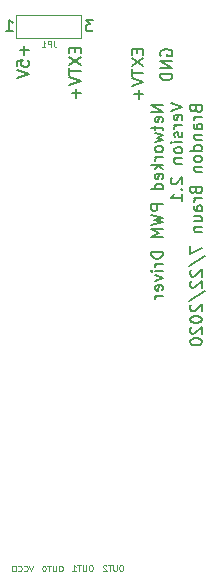
<source format=gbr>
G04 #@! TF.GenerationSoftware,KiCad,Pcbnew,(5.1.5)-3*
G04 #@! TF.CreationDate,2020-07-22T22:43:47-05:00*
G04 #@! TF.ProjectId,LightDriverShieldVer2,4c696768-7444-4726-9976-657253686965,rev?*
G04 #@! TF.SameCoordinates,Original*
G04 #@! TF.FileFunction,Legend,Bot*
G04 #@! TF.FilePolarity,Positive*
%FSLAX46Y46*%
G04 Gerber Fmt 4.6, Leading zero omitted, Abs format (unit mm)*
G04 Created by KiCad (PCBNEW (5.1.5)-3) date 2020-07-22 22:43:47*
%MOMM*%
%LPD*%
G04 APERTURE LIST*
%ADD10C,0.150000*%
%ADD11C,0.100000*%
%ADD12C,0.120000*%
G04 APERTURE END LIST*
D10*
X114978571Y-93935595D02*
X114978571Y-94268928D01*
X115502380Y-94411785D02*
X115502380Y-93935595D01*
X114502380Y-93935595D01*
X114502380Y-94411785D01*
X114502380Y-94745119D02*
X115502380Y-95411785D01*
X114502380Y-95411785D02*
X115502380Y-94745119D01*
X114502380Y-95649880D02*
X114502380Y-96221309D01*
X115502380Y-95935595D02*
X114502380Y-95935595D01*
X114502380Y-96411785D02*
X115502380Y-96745119D01*
X114502380Y-97078452D01*
X115121428Y-97411785D02*
X115121428Y-98173690D01*
X115502380Y-97792738D02*
X114740476Y-97792738D01*
X117000000Y-94509404D02*
X116952380Y-94414166D01*
X116952380Y-94271309D01*
X117000000Y-94128452D01*
X117095238Y-94033214D01*
X117190476Y-93985595D01*
X117380952Y-93937976D01*
X117523809Y-93937976D01*
X117714285Y-93985595D01*
X117809523Y-94033214D01*
X117904761Y-94128452D01*
X117952380Y-94271309D01*
X117952380Y-94366547D01*
X117904761Y-94509404D01*
X117857142Y-94557023D01*
X117523809Y-94557023D01*
X117523809Y-94366547D01*
X117952380Y-94985595D02*
X116952380Y-94985595D01*
X117952380Y-95557023D01*
X116952380Y-95557023D01*
X117952380Y-96033214D02*
X116952380Y-96033214D01*
X116952380Y-96271309D01*
X117000000Y-96414166D01*
X117095238Y-96509404D01*
X117190476Y-96557023D01*
X117380952Y-96604642D01*
X117523809Y-96604642D01*
X117714285Y-96557023D01*
X117809523Y-96509404D01*
X117904761Y-96414166D01*
X117952380Y-96271309D01*
X117952380Y-96033214D01*
X117152380Y-98685595D02*
X116152380Y-98685595D01*
X117152380Y-99257023D01*
X116152380Y-99257023D01*
X117104761Y-100114166D02*
X117152380Y-100018928D01*
X117152380Y-99828452D01*
X117104761Y-99733214D01*
X117009523Y-99685595D01*
X116628571Y-99685595D01*
X116533333Y-99733214D01*
X116485714Y-99828452D01*
X116485714Y-100018928D01*
X116533333Y-100114166D01*
X116628571Y-100161785D01*
X116723809Y-100161785D01*
X116819047Y-99685595D01*
X116485714Y-100447500D02*
X116485714Y-100828452D01*
X116152380Y-100590357D02*
X117009523Y-100590357D01*
X117104761Y-100637976D01*
X117152380Y-100733214D01*
X117152380Y-100828452D01*
X116485714Y-101066547D02*
X117152380Y-101257023D01*
X116676190Y-101447500D01*
X117152380Y-101637976D01*
X116485714Y-101828452D01*
X117152380Y-102352261D02*
X117104761Y-102257023D01*
X117057142Y-102209404D01*
X116961904Y-102161785D01*
X116676190Y-102161785D01*
X116580952Y-102209404D01*
X116533333Y-102257023D01*
X116485714Y-102352261D01*
X116485714Y-102495119D01*
X116533333Y-102590357D01*
X116580952Y-102637976D01*
X116676190Y-102685595D01*
X116961904Y-102685595D01*
X117057142Y-102637976D01*
X117104761Y-102590357D01*
X117152380Y-102495119D01*
X117152380Y-102352261D01*
X117152380Y-103114166D02*
X116485714Y-103114166D01*
X116676190Y-103114166D02*
X116580952Y-103161785D01*
X116533333Y-103209404D01*
X116485714Y-103304642D01*
X116485714Y-103399880D01*
X117152380Y-103733214D02*
X116152380Y-103733214D01*
X116771428Y-103828452D02*
X117152380Y-104114166D01*
X116485714Y-104114166D02*
X116866666Y-103733214D01*
X117104761Y-104923690D02*
X117152380Y-104828452D01*
X117152380Y-104637976D01*
X117104761Y-104542738D01*
X117009523Y-104495119D01*
X116628571Y-104495119D01*
X116533333Y-104542738D01*
X116485714Y-104637976D01*
X116485714Y-104828452D01*
X116533333Y-104923690D01*
X116628571Y-104971309D01*
X116723809Y-104971309D01*
X116819047Y-104495119D01*
X117152380Y-105828452D02*
X116152380Y-105828452D01*
X117104761Y-105828452D02*
X117152380Y-105733214D01*
X117152380Y-105542738D01*
X117104761Y-105447500D01*
X117057142Y-105399880D01*
X116961904Y-105352261D01*
X116676190Y-105352261D01*
X116580952Y-105399880D01*
X116533333Y-105447500D01*
X116485714Y-105542738D01*
X116485714Y-105733214D01*
X116533333Y-105828452D01*
X117152380Y-107066547D02*
X116152380Y-107066547D01*
X116152380Y-107447500D01*
X116200000Y-107542738D01*
X116247619Y-107590357D01*
X116342857Y-107637976D01*
X116485714Y-107637976D01*
X116580952Y-107590357D01*
X116628571Y-107542738D01*
X116676190Y-107447500D01*
X116676190Y-107066547D01*
X116152380Y-107971309D02*
X117152380Y-108209404D01*
X116438095Y-108399880D01*
X117152380Y-108590357D01*
X116152380Y-108828452D01*
X117152380Y-109209404D02*
X116152380Y-109209404D01*
X116866666Y-109542738D01*
X116152380Y-109876071D01*
X117152380Y-109876071D01*
X117152380Y-111114166D02*
X116152380Y-111114166D01*
X116152380Y-111352261D01*
X116200000Y-111495119D01*
X116295238Y-111590357D01*
X116390476Y-111637976D01*
X116580952Y-111685595D01*
X116723809Y-111685595D01*
X116914285Y-111637976D01*
X117009523Y-111590357D01*
X117104761Y-111495119D01*
X117152380Y-111352261D01*
X117152380Y-111114166D01*
X117152380Y-112114166D02*
X116485714Y-112114166D01*
X116676190Y-112114166D02*
X116580952Y-112161785D01*
X116533333Y-112209404D01*
X116485714Y-112304642D01*
X116485714Y-112399880D01*
X117152380Y-112733214D02*
X116485714Y-112733214D01*
X116152380Y-112733214D02*
X116200000Y-112685595D01*
X116247619Y-112733214D01*
X116200000Y-112780833D01*
X116152380Y-112733214D01*
X116247619Y-112733214D01*
X116485714Y-113114166D02*
X117152380Y-113352261D01*
X116485714Y-113590357D01*
X117104761Y-114352261D02*
X117152380Y-114257023D01*
X117152380Y-114066547D01*
X117104761Y-113971309D01*
X117009523Y-113923690D01*
X116628571Y-113923690D01*
X116533333Y-113971309D01*
X116485714Y-114066547D01*
X116485714Y-114257023D01*
X116533333Y-114352261D01*
X116628571Y-114399880D01*
X116723809Y-114399880D01*
X116819047Y-113923690D01*
X117152380Y-114828452D02*
X116485714Y-114828452D01*
X116676190Y-114828452D02*
X116580952Y-114876071D01*
X116533333Y-114923690D01*
X116485714Y-115018928D01*
X116485714Y-115114166D01*
X117802380Y-98542738D02*
X118802380Y-98876071D01*
X117802380Y-99209404D01*
X118754761Y-99923690D02*
X118802380Y-99828452D01*
X118802380Y-99637976D01*
X118754761Y-99542738D01*
X118659523Y-99495119D01*
X118278571Y-99495119D01*
X118183333Y-99542738D01*
X118135714Y-99637976D01*
X118135714Y-99828452D01*
X118183333Y-99923690D01*
X118278571Y-99971309D01*
X118373809Y-99971309D01*
X118469047Y-99495119D01*
X118802380Y-100399880D02*
X118135714Y-100399880D01*
X118326190Y-100399880D02*
X118230952Y-100447500D01*
X118183333Y-100495119D01*
X118135714Y-100590357D01*
X118135714Y-100685595D01*
X118754761Y-100971309D02*
X118802380Y-101066547D01*
X118802380Y-101257023D01*
X118754761Y-101352261D01*
X118659523Y-101399880D01*
X118611904Y-101399880D01*
X118516666Y-101352261D01*
X118469047Y-101257023D01*
X118469047Y-101114166D01*
X118421428Y-101018928D01*
X118326190Y-100971309D01*
X118278571Y-100971309D01*
X118183333Y-101018928D01*
X118135714Y-101114166D01*
X118135714Y-101257023D01*
X118183333Y-101352261D01*
X118802380Y-101828452D02*
X118135714Y-101828452D01*
X117802380Y-101828452D02*
X117850000Y-101780833D01*
X117897619Y-101828452D01*
X117850000Y-101876071D01*
X117802380Y-101828452D01*
X117897619Y-101828452D01*
X118802380Y-102447500D02*
X118754761Y-102352261D01*
X118707142Y-102304642D01*
X118611904Y-102257023D01*
X118326190Y-102257023D01*
X118230952Y-102304642D01*
X118183333Y-102352261D01*
X118135714Y-102447500D01*
X118135714Y-102590357D01*
X118183333Y-102685595D01*
X118230952Y-102733214D01*
X118326190Y-102780833D01*
X118611904Y-102780833D01*
X118707142Y-102733214D01*
X118754761Y-102685595D01*
X118802380Y-102590357D01*
X118802380Y-102447500D01*
X118135714Y-103209404D02*
X118802380Y-103209404D01*
X118230952Y-103209404D02*
X118183333Y-103257023D01*
X118135714Y-103352261D01*
X118135714Y-103495119D01*
X118183333Y-103590357D01*
X118278571Y-103637976D01*
X118802380Y-103637976D01*
X117897619Y-104828452D02*
X117850000Y-104876071D01*
X117802380Y-104971309D01*
X117802380Y-105209404D01*
X117850000Y-105304642D01*
X117897619Y-105352261D01*
X117992857Y-105399880D01*
X118088095Y-105399880D01*
X118230952Y-105352261D01*
X118802380Y-104780833D01*
X118802380Y-105399880D01*
X118707142Y-105828452D02*
X118754761Y-105876071D01*
X118802380Y-105828452D01*
X118754761Y-105780833D01*
X118707142Y-105828452D01*
X118802380Y-105828452D01*
X118802380Y-106828452D02*
X118802380Y-106257023D01*
X118802380Y-106542738D02*
X117802380Y-106542738D01*
X117945238Y-106447500D01*
X118040476Y-106352261D01*
X118088095Y-106257023D01*
X119928571Y-99018928D02*
X119976190Y-99161785D01*
X120023809Y-99209404D01*
X120119047Y-99257023D01*
X120261904Y-99257023D01*
X120357142Y-99209404D01*
X120404761Y-99161785D01*
X120452380Y-99066547D01*
X120452380Y-98685595D01*
X119452380Y-98685595D01*
X119452380Y-99018928D01*
X119500000Y-99114166D01*
X119547619Y-99161785D01*
X119642857Y-99209404D01*
X119738095Y-99209404D01*
X119833333Y-99161785D01*
X119880952Y-99114166D01*
X119928571Y-99018928D01*
X119928571Y-98685595D01*
X120452380Y-99685595D02*
X119785714Y-99685595D01*
X119976190Y-99685595D02*
X119880952Y-99733214D01*
X119833333Y-99780833D01*
X119785714Y-99876071D01*
X119785714Y-99971309D01*
X120452380Y-100733214D02*
X119928571Y-100733214D01*
X119833333Y-100685595D01*
X119785714Y-100590357D01*
X119785714Y-100399880D01*
X119833333Y-100304642D01*
X120404761Y-100733214D02*
X120452380Y-100637976D01*
X120452380Y-100399880D01*
X120404761Y-100304642D01*
X120309523Y-100257023D01*
X120214285Y-100257023D01*
X120119047Y-100304642D01*
X120071428Y-100399880D01*
X120071428Y-100637976D01*
X120023809Y-100733214D01*
X119785714Y-101209404D02*
X120452380Y-101209404D01*
X119880952Y-101209404D02*
X119833333Y-101257023D01*
X119785714Y-101352261D01*
X119785714Y-101495119D01*
X119833333Y-101590357D01*
X119928571Y-101637976D01*
X120452380Y-101637976D01*
X120452380Y-102542738D02*
X119452380Y-102542738D01*
X120404761Y-102542738D02*
X120452380Y-102447500D01*
X120452380Y-102257023D01*
X120404761Y-102161785D01*
X120357142Y-102114166D01*
X120261904Y-102066547D01*
X119976190Y-102066547D01*
X119880952Y-102114166D01*
X119833333Y-102161785D01*
X119785714Y-102257023D01*
X119785714Y-102447500D01*
X119833333Y-102542738D01*
X120452380Y-103161785D02*
X120404761Y-103066547D01*
X120357142Y-103018928D01*
X120261904Y-102971309D01*
X119976190Y-102971309D01*
X119880952Y-103018928D01*
X119833333Y-103066547D01*
X119785714Y-103161785D01*
X119785714Y-103304642D01*
X119833333Y-103399880D01*
X119880952Y-103447500D01*
X119976190Y-103495119D01*
X120261904Y-103495119D01*
X120357142Y-103447500D01*
X120404761Y-103399880D01*
X120452380Y-103304642D01*
X120452380Y-103161785D01*
X119785714Y-103923690D02*
X120452380Y-103923690D01*
X119880952Y-103923690D02*
X119833333Y-103971309D01*
X119785714Y-104066547D01*
X119785714Y-104209404D01*
X119833333Y-104304642D01*
X119928571Y-104352261D01*
X120452380Y-104352261D01*
X119928571Y-105923690D02*
X119976190Y-106066547D01*
X120023809Y-106114166D01*
X120119047Y-106161785D01*
X120261904Y-106161785D01*
X120357142Y-106114166D01*
X120404761Y-106066547D01*
X120452380Y-105971309D01*
X120452380Y-105590357D01*
X119452380Y-105590357D01*
X119452380Y-105923690D01*
X119500000Y-106018928D01*
X119547619Y-106066547D01*
X119642857Y-106114166D01*
X119738095Y-106114166D01*
X119833333Y-106066547D01*
X119880952Y-106018928D01*
X119928571Y-105923690D01*
X119928571Y-105590357D01*
X120452380Y-106590357D02*
X119785714Y-106590357D01*
X119976190Y-106590357D02*
X119880952Y-106637976D01*
X119833333Y-106685595D01*
X119785714Y-106780833D01*
X119785714Y-106876071D01*
X120452380Y-107637976D02*
X119928571Y-107637976D01*
X119833333Y-107590357D01*
X119785714Y-107495119D01*
X119785714Y-107304642D01*
X119833333Y-107209404D01*
X120404761Y-107637976D02*
X120452380Y-107542738D01*
X120452380Y-107304642D01*
X120404761Y-107209404D01*
X120309523Y-107161785D01*
X120214285Y-107161785D01*
X120119047Y-107209404D01*
X120071428Y-107304642D01*
X120071428Y-107542738D01*
X120023809Y-107637976D01*
X119785714Y-108542738D02*
X120452380Y-108542738D01*
X119785714Y-108114166D02*
X120309523Y-108114166D01*
X120404761Y-108161785D01*
X120452380Y-108257023D01*
X120452380Y-108399880D01*
X120404761Y-108495119D01*
X120357142Y-108542738D01*
X119785714Y-109018928D02*
X120452380Y-109018928D01*
X119880952Y-109018928D02*
X119833333Y-109066547D01*
X119785714Y-109161785D01*
X119785714Y-109304642D01*
X119833333Y-109399880D01*
X119928571Y-109447500D01*
X120452380Y-109447500D01*
X119452380Y-110590357D02*
X119452380Y-111257023D01*
X120452380Y-110828452D01*
X119404761Y-112352261D02*
X120690476Y-111495119D01*
X119547619Y-112637976D02*
X119500000Y-112685595D01*
X119452380Y-112780833D01*
X119452380Y-113018928D01*
X119500000Y-113114166D01*
X119547619Y-113161785D01*
X119642857Y-113209404D01*
X119738095Y-113209404D01*
X119880952Y-113161785D01*
X120452380Y-112590357D01*
X120452380Y-113209404D01*
X119547619Y-113590357D02*
X119500000Y-113637976D01*
X119452380Y-113733214D01*
X119452380Y-113971309D01*
X119500000Y-114066547D01*
X119547619Y-114114166D01*
X119642857Y-114161785D01*
X119738095Y-114161785D01*
X119880952Y-114114166D01*
X120452380Y-113542738D01*
X120452380Y-114161785D01*
X119404761Y-115304642D02*
X120690476Y-114447500D01*
X119547619Y-115590357D02*
X119500000Y-115637976D01*
X119452380Y-115733214D01*
X119452380Y-115971309D01*
X119500000Y-116066547D01*
X119547619Y-116114166D01*
X119642857Y-116161785D01*
X119738095Y-116161785D01*
X119880952Y-116114166D01*
X120452380Y-115542738D01*
X120452380Y-116161785D01*
X119452380Y-116780833D02*
X119452380Y-116876071D01*
X119500000Y-116971309D01*
X119547619Y-117018928D01*
X119642857Y-117066547D01*
X119833333Y-117114166D01*
X120071428Y-117114166D01*
X120261904Y-117066547D01*
X120357142Y-117018928D01*
X120404761Y-116971309D01*
X120452380Y-116876071D01*
X120452380Y-116780833D01*
X120404761Y-116685595D01*
X120357142Y-116637976D01*
X120261904Y-116590357D01*
X120071428Y-116542738D01*
X119833333Y-116542738D01*
X119642857Y-116590357D01*
X119547619Y-116637976D01*
X119500000Y-116685595D01*
X119452380Y-116780833D01*
X119547619Y-117495119D02*
X119500000Y-117542738D01*
X119452380Y-117637976D01*
X119452380Y-117876071D01*
X119500000Y-117971309D01*
X119547619Y-118018928D01*
X119642857Y-118066547D01*
X119738095Y-118066547D01*
X119880952Y-118018928D01*
X120452380Y-117447500D01*
X120452380Y-118066547D01*
X119452380Y-118685595D02*
X119452380Y-118780833D01*
X119500000Y-118876071D01*
X119547619Y-118923690D01*
X119642857Y-118971309D01*
X119833333Y-119018928D01*
X120071428Y-119018928D01*
X120261904Y-118971309D01*
X120357142Y-118923690D01*
X120404761Y-118876071D01*
X120452380Y-118780833D01*
X120452380Y-118685595D01*
X120404761Y-118590357D01*
X120357142Y-118542738D01*
X120261904Y-118495119D01*
X120071428Y-118447500D01*
X119833333Y-118447500D01*
X119642857Y-118495119D01*
X119547619Y-118542738D01*
X119500000Y-118590357D01*
X119452380Y-118685595D01*
X109678571Y-93835595D02*
X109678571Y-94168928D01*
X110202380Y-94311785D02*
X110202380Y-93835595D01*
X109202380Y-93835595D01*
X109202380Y-94311785D01*
X109202380Y-94645119D02*
X110202380Y-95311785D01*
X109202380Y-95311785D02*
X110202380Y-94645119D01*
X109202380Y-95549880D02*
X109202380Y-96121309D01*
X110202380Y-95835595D02*
X109202380Y-95835595D01*
X109202380Y-96311785D02*
X110202380Y-96645119D01*
X109202380Y-96978452D01*
X109821428Y-97311785D02*
X109821428Y-98073690D01*
X110202380Y-97692738D02*
X109440476Y-97692738D01*
X105421428Y-93685595D02*
X105421428Y-94447500D01*
X105802380Y-94066547D02*
X105040476Y-94066547D01*
X104802380Y-95399880D02*
X104802380Y-94923690D01*
X105278571Y-94876071D01*
X105230952Y-94923690D01*
X105183333Y-95018928D01*
X105183333Y-95257023D01*
X105230952Y-95352261D01*
X105278571Y-95399880D01*
X105373809Y-95447500D01*
X105611904Y-95447500D01*
X105707142Y-95399880D01*
X105754761Y-95352261D01*
X105802380Y-95257023D01*
X105802380Y-95018928D01*
X105754761Y-94923690D01*
X105707142Y-94876071D01*
X104802380Y-95733214D02*
X105802380Y-96066547D01*
X104802380Y-96399880D01*
D11*
X106178571Y-137676190D02*
X106011904Y-138176190D01*
X105845238Y-137676190D01*
X105392857Y-138128571D02*
X105416666Y-138152380D01*
X105488095Y-138176190D01*
X105535714Y-138176190D01*
X105607142Y-138152380D01*
X105654761Y-138104761D01*
X105678571Y-138057142D01*
X105702380Y-137961904D01*
X105702380Y-137890476D01*
X105678571Y-137795238D01*
X105654761Y-137747619D01*
X105607142Y-137700000D01*
X105535714Y-137676190D01*
X105488095Y-137676190D01*
X105416666Y-137700000D01*
X105392857Y-137723809D01*
X104892857Y-138128571D02*
X104916666Y-138152380D01*
X104988095Y-138176190D01*
X105035714Y-138176190D01*
X105107142Y-138152380D01*
X105154761Y-138104761D01*
X105178571Y-138057142D01*
X105202380Y-137961904D01*
X105202380Y-137890476D01*
X105178571Y-137795238D01*
X105154761Y-137747619D01*
X105107142Y-137700000D01*
X105035714Y-137676190D01*
X104988095Y-137676190D01*
X104916666Y-137700000D01*
X104892857Y-137723809D01*
X104583333Y-137676190D02*
X104488095Y-137676190D01*
X104440476Y-137700000D01*
X104392857Y-137747619D01*
X104369047Y-137842857D01*
X104369047Y-138009523D01*
X104392857Y-138104761D01*
X104440476Y-138152380D01*
X104488095Y-138176190D01*
X104583333Y-138176190D01*
X104630952Y-138152380D01*
X104678571Y-138104761D01*
X104702380Y-138009523D01*
X104702380Y-137842857D01*
X104678571Y-137747619D01*
X104630952Y-137700000D01*
X104583333Y-137676190D01*
X113688095Y-137626190D02*
X113592857Y-137626190D01*
X113545238Y-137650000D01*
X113497619Y-137697619D01*
X113473809Y-137792857D01*
X113473809Y-137959523D01*
X113497619Y-138054761D01*
X113545238Y-138102380D01*
X113592857Y-138126190D01*
X113688095Y-138126190D01*
X113735714Y-138102380D01*
X113783333Y-138054761D01*
X113807142Y-137959523D01*
X113807142Y-137792857D01*
X113783333Y-137697619D01*
X113735714Y-137650000D01*
X113688095Y-137626190D01*
X113259523Y-137626190D02*
X113259523Y-138030952D01*
X113235714Y-138078571D01*
X113211904Y-138102380D01*
X113164285Y-138126190D01*
X113069047Y-138126190D01*
X113021428Y-138102380D01*
X112997619Y-138078571D01*
X112973809Y-138030952D01*
X112973809Y-137626190D01*
X112807142Y-137626190D02*
X112521428Y-137626190D01*
X112664285Y-138126190D02*
X112664285Y-137626190D01*
X112378571Y-137673809D02*
X112354761Y-137650000D01*
X112307142Y-137626190D01*
X112188095Y-137626190D01*
X112140476Y-137650000D01*
X112116666Y-137673809D01*
X112092857Y-137721428D01*
X112092857Y-137769047D01*
X112116666Y-137840476D01*
X112402380Y-138126190D01*
X112092857Y-138126190D01*
X111088095Y-137626190D02*
X110992857Y-137626190D01*
X110945238Y-137650000D01*
X110897619Y-137697619D01*
X110873809Y-137792857D01*
X110873809Y-137959523D01*
X110897619Y-138054761D01*
X110945238Y-138102380D01*
X110992857Y-138126190D01*
X111088095Y-138126190D01*
X111135714Y-138102380D01*
X111183333Y-138054761D01*
X111207142Y-137959523D01*
X111207142Y-137792857D01*
X111183333Y-137697619D01*
X111135714Y-137650000D01*
X111088095Y-137626190D01*
X110659523Y-137626190D02*
X110659523Y-138030952D01*
X110635714Y-138078571D01*
X110611904Y-138102380D01*
X110564285Y-138126190D01*
X110469047Y-138126190D01*
X110421428Y-138102380D01*
X110397619Y-138078571D01*
X110373809Y-138030952D01*
X110373809Y-137626190D01*
X110207142Y-137626190D02*
X109921428Y-137626190D01*
X110064285Y-138126190D02*
X110064285Y-137626190D01*
X109492857Y-138126190D02*
X109778571Y-138126190D01*
X109635714Y-138126190D02*
X109635714Y-137626190D01*
X109683333Y-137697619D01*
X109730952Y-137745238D01*
X109778571Y-137769047D01*
X108538095Y-137676190D02*
X108442857Y-137676190D01*
X108395238Y-137700000D01*
X108347619Y-137747619D01*
X108323809Y-137842857D01*
X108323809Y-138009523D01*
X108347619Y-138104761D01*
X108395238Y-138152380D01*
X108442857Y-138176190D01*
X108538095Y-138176190D01*
X108585714Y-138152380D01*
X108633333Y-138104761D01*
X108657142Y-138009523D01*
X108657142Y-137842857D01*
X108633333Y-137747619D01*
X108585714Y-137700000D01*
X108538095Y-137676190D01*
X108109523Y-137676190D02*
X108109523Y-138080952D01*
X108085714Y-138128571D01*
X108061904Y-138152380D01*
X108014285Y-138176190D01*
X107919047Y-138176190D01*
X107871428Y-138152380D01*
X107847619Y-138128571D01*
X107823809Y-138080952D01*
X107823809Y-137676190D01*
X107657142Y-137676190D02*
X107371428Y-137676190D01*
X107514285Y-138176190D02*
X107514285Y-137676190D01*
X107109523Y-137676190D02*
X107061904Y-137676190D01*
X107014285Y-137700000D01*
X106990476Y-137723809D01*
X106966666Y-137771428D01*
X106942857Y-137866666D01*
X106942857Y-137985714D01*
X106966666Y-138080952D01*
X106990476Y-138128571D01*
X107014285Y-138152380D01*
X107061904Y-138176190D01*
X107109523Y-138176190D01*
X107157142Y-138152380D01*
X107180952Y-138128571D01*
X107204761Y-138080952D01*
X107228571Y-137985714D01*
X107228571Y-137866666D01*
X107204761Y-137771428D01*
X107180952Y-137723809D01*
X107157142Y-137700000D01*
X107109523Y-137676190D01*
D12*
X104750000Y-93000000D02*
X110250000Y-93000000D01*
X110250000Y-93000000D02*
X110250000Y-91050000D01*
X110250000Y-91050000D02*
X104750000Y-91050000D01*
X104750000Y-91050000D02*
X104750000Y-93000000D01*
D11*
X107916666Y-93276190D02*
X107916666Y-93633333D01*
X107940476Y-93704761D01*
X107988095Y-93752380D01*
X108059523Y-93776190D01*
X108107142Y-93776190D01*
X107678571Y-93776190D02*
X107678571Y-93276190D01*
X107488095Y-93276190D01*
X107440476Y-93300000D01*
X107416666Y-93323809D01*
X107392857Y-93371428D01*
X107392857Y-93442857D01*
X107416666Y-93490476D01*
X107440476Y-93514285D01*
X107488095Y-93538095D01*
X107678571Y-93538095D01*
X106916666Y-93776190D02*
X107202380Y-93776190D01*
X107059523Y-93776190D02*
X107059523Y-93276190D01*
X107107142Y-93347619D01*
X107154761Y-93395238D01*
X107202380Y-93419047D01*
D10*
X103864285Y-92452380D02*
X104435714Y-92452380D01*
X104150000Y-92452380D02*
X104150000Y-91452380D01*
X104245238Y-91595238D01*
X104340476Y-91690476D01*
X104435714Y-91738095D01*
X111233333Y-91452380D02*
X110614285Y-91452380D01*
X110947619Y-91833333D01*
X110804761Y-91833333D01*
X110709523Y-91880952D01*
X110661904Y-91928571D01*
X110614285Y-92023809D01*
X110614285Y-92261904D01*
X110661904Y-92357142D01*
X110709523Y-92404761D01*
X110804761Y-92452380D01*
X111090476Y-92452380D01*
X111185714Y-92404761D01*
X111233333Y-92357142D01*
M02*

</source>
